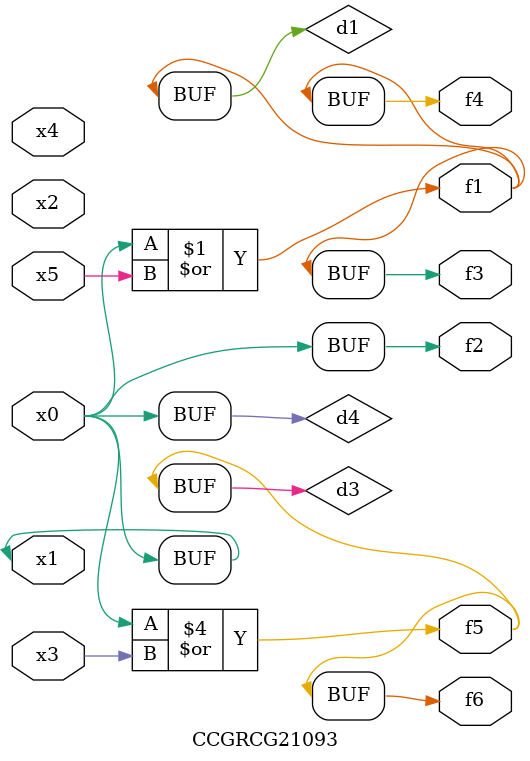
<source format=v>
module CCGRCG21093(
	input x0, x1, x2, x3, x4, x5,
	output f1, f2, f3, f4, f5, f6
);

	wire d1, d2, d3, d4;

	or (d1, x0, x5);
	xnor (d2, x1, x4);
	or (d3, x0, x3);
	buf (d4, x0, x1);
	assign f1 = d1;
	assign f2 = d4;
	assign f3 = d1;
	assign f4 = d1;
	assign f5 = d3;
	assign f6 = d3;
endmodule

</source>
